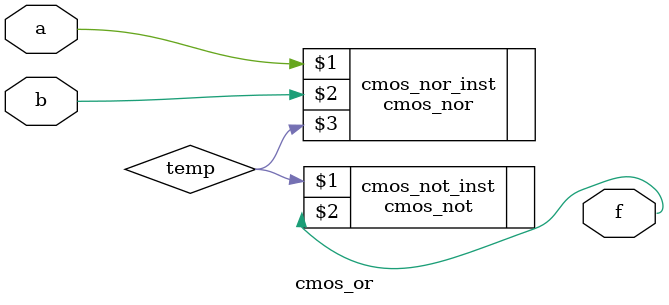
<source format=v>
`timescale 1ns / 1ps

module cmos_or(
    input a,b,
    output f
);
    wire temp;
    cmos_nor cmos_nor_inst(a,b,temp);
    cmos_not cmos_not_inst(temp,f);
endmodule

</source>
